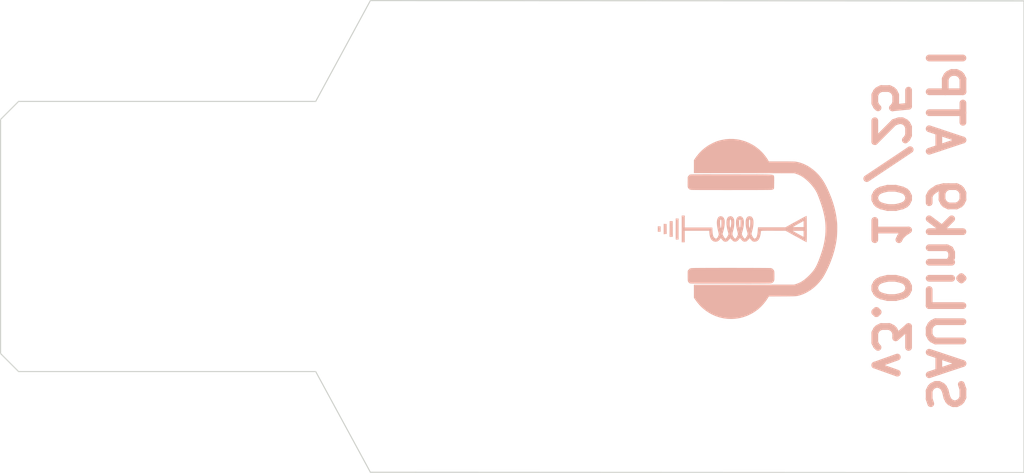
<source format=kicad_pcb>
(kicad_pcb (version 20241229) (generator "pcbnew") (generator_version "9.0")
  (layers (0 "F.Cu" signal) (2 "B.Cu" signal) (13 "F.Paste" user) (15 "B.Paste" user) (5 "F.SilkS" user "F.Silkscreen") (7 "B.SilkS" user "B.Silkscreen") (1 "F.Mask" user) (3 "B.Mask" user) (25 "Edge.Cuts" user))
  (net 0 "")
  (footprint "LOGO" (layer "B.Cu") (at 135.25 56.5 90)
    (property "Reference" "g2" (hide yes))
    (property "Value" "LOGO" (hide yes))
    (fp_poly (pts (xy 0.117134 -3.928485) (xy 0.117134 -3.991557) (xy -0.004505 -3.991557) (xy -0.126144 -3.991557) (xy -0.126144 -3.928485) (xy -0.126144 -3.865413) (xy -0.004505 -3.865413) (xy 0.117134 -3.865413)) (fill yes) (layer "B.SilkS"))
    (fp_poly (pts (xy -0.002252 -3.326942) (xy 0.346896 -3.329301) (xy 0.346896 -3.396878) (xy 0.346896 -3.464455) (xy -0.002252 -3.466813) (xy -0.351401 -3.469172) (xy -0.351401 -3.396878) (xy -0.351401 -3.324584)) (fill yes) (layer "B.SilkS"))
    (fp_poly (pts (xy -0.002252 -3.597199) (xy 0.220752 -3.599609) (xy 0.223399 -3.664934) (xy 0.226047 -3.730258) (xy -0.005365 -3.730258) (xy -0.236777 -3.730258) (xy -0.231096 -3.682954) (xy -0.227778 -3.651624) (xy -0.225691 -3.624807) (xy -0.225335 -3.61522) (xy -0.225257 -3.594789)) (fill yes) (layer "B.SilkS"))
    (fp_poly (pts (xy 0.46403 -3.131074) (xy 0.46403 -3.194146) (xy -0.002504 -3.19648) (xy -0.108499 -3.196944) (xy -0.19782 -3.197169) (xy -0.271811 -3.197126) (xy -0.33182 -3.196786) (xy -0.37919 -3.196121) (xy -0.415267 -3.195103) (xy -0.441396 -3.193702) (xy -0.458922 -3.191891) (xy -0.469191 -3.189639) (xy -0.473548 -3.18692) (xy -0.473778 -3.186461) (xy -0.475912 -3.171164) (xy -0.476489 -3.144507) (xy -0.475779 -3.121055) (xy -0.47304 -3.068002) (xy -0.004505 -3.068002) (xy 0.46403 -3.068002)) (fill yes) (layer "B.SilkS"))
    (fp_poly (pts (xy -2.08186 1.189161) (xy -2.015845 1.188919) (xy -1.965176 1.188219) (xy -1.927181 1.186867) (xy -1.899186 1.18467) (xy -1.878519 1.181436) (xy -1.862508 1.176971) (xy -1.851614 1.172548) (xy -1.814695 1.14912) (xy -1.780047 1.11576) (xy -1.752838 1.078211) (xy -1.739635 1.048084) (xy -1.738672 1.035692) (xy -1.737759 1.006354) (xy -1.736898 0.961148) (xy -1.736089 0.901149) (xy -1.735332 0.827431) (xy -1.73463 0.741072) (xy -1.733981 0.643147) (xy -1.733386 0.534731) (xy -1.732847 0.4169) (xy -1.732364 0.290731) (xy -1.731937 0.157298) (xy -1.731566 0.017678) (xy -1.731254 -0.127055) (xy -1.730999 -0.275823) (xy -1.730804 -0.427552) (xy -1.730667 -0.581165) (xy -1.730591 -0.735588) (xy -1.730575 -0.889744) (xy -1.73062 -1.042557) (xy -1.730727 -1.192952) (xy -1.730897 -1.339853) (xy -1.731129 -1.482185) (xy -1.731425 -1.618871) (xy -1.731785 -1.748836) (xy -1.73221 -1.871004) (xy -1.7327 -1.9843) (xy -1.733256 -2.087647) (xy -1.733879 -2.179971) (xy -1.734568 -2.260195) (xy -1.735326 -2.327243) (xy -1.736152 -2.380041) (xy -1.737046 -2.417511) (xy -1.737696 -2.433716) (xy -1.740541 -2.481535) (xy -1.74354 -2.515229) (xy -1.747526 -2.538679) (xy -1.753332 -2.55577) (xy -1.76179 -2.570382) (xy -1.769179 -2.580488) (xy -1.793416 -2.606889) (xy -1.822868 -2.632092) (xy -1.831382 -2.638116) (xy -1.86826 -2.662539) (xy -2.071679 -2.664119) (xy -2.132651 -2.664213) (xy -2.189509 -2.663592) (xy -2.239105 -2.662346) (xy -2.278289 -2.660566) (xy -2.303912 -2.658341) (xy -2.309823 -2.657307) (xy -2.359189 -2.637187) (xy -2.396829 -2.60408) (xy -2.415609 -2.573328) (xy -2.417599 -2.568475) (xy -2.419426 -2.56255) (xy -2.421096 -2.554794) (xy -2.422616 -2.544451) (xy -2.423993 -2.530765) (xy -2.425234 -2.512977) (xy -2.426347 -2.490331) (xy -2.427338 -2.462071) (xy -2.428214 -2.427438) (xy -2.428983 -2.385677) (xy -2.42965 -2.33603) (xy -2.430225 -2.27774) (xy -2.430712 -2.210051) (xy -2.43112 -2.132205) (xy -2.431455 -2.043445) (xy -2.431725 -1.943014) (xy -2.431936 -1.830156) (xy -2.432095 -1.704114) (xy -2.43221 -1.56413) (xy -2.432288 -1.409447) (xy -2.432335 -1.239309) (xy -2.432358 -1.052958) (xy -2.432365 -0.849638) (xy -2.432365 -0.765874) (xy -2.432323 -0.581846) (xy -2.432203 -0.403471) (xy -2.432008 -0.231571) (xy -2.431743 -0.066972) (xy -2.431411 0.089504) (xy -2.431016 0.237032) (xy -2.430561 0.374788) (xy -2.43005 0.50195) (xy -2.429486 0.617693) (xy -2.428874 0.721194) (xy -2.428216 0.811628) (xy -2.427517 0.888173) (xy -2.426781 0.950003) (xy -2.42601 0.996296) (xy -2.425208 1.026228) (xy -2.42438 1.038974) (xy -2.424368 1.039028) (xy -2.403567 1.090398) (xy -2.368234 1.134256) (xy -2.321866 1.166534) (xy -2.306193 1.174054) (xy -2.291588 1.179706) (xy -2.275263 1.183755) (xy -2.254426 1.186463) (xy -2.22629 1.188093) (xy -2.188062 1.188909) (xy -2.136954 1.189173)) (fill yes) (layer "B.SilkS"))
    (fp_poly (pts (xy 2.245956 1.179563) (xy 2.281124 1.17896) (xy 2.306802 1.177655) (xy 2.325122 1.175521) (xy 2.338216 1.172428) (xy 2.348217 1.168247) (xy 2.357256 1.162847) (xy 2.361065 1.160327) (xy 2.368218 1.15612) (xy 2.374796 1.152933) (xy 2.380825 1.150034) (xy 2.386328 1.146689) (xy 2.39133 1.142163) (xy 2.395858 1.135723) (xy 2.399934 1.126636) (xy 2.403584 1.114168) (xy 2.406833 1.097584) (xy 2.409706 1.076152) (xy 2.412227 1.049138) (xy 2.414421 1.015807) (xy 2.416314 0.975427) (xy 2.417929 0.927263) (xy 2.419292 0.870583) (xy 2.420427 0.804651) (xy 2.421359 0.728734) (xy 2.422114 0.6421) (xy 2.422715 0.544013) (xy 2.423188 0.433741) (xy 2.423557 0.310549) (xy 2.423847 0.173704) (xy 2.424084 0.022473) (xy 2.424291 -0.143879) (xy 2.424494 -0.326085) (xy 2.424717 -0.524879) (xy 2.424971 -0.730329) (xy 2.42525 -0.94246) (xy 2.425498 -1.13732) (xy 2.425708 -1.315658) (xy 2.425876 -1.478223) (xy 2.425993 -1.625763) (xy 2.426053 -1.759029) (xy 2.42605 -1.87877) (xy 2.425978 -1.985733) (xy 2.425829 -2.08067) (xy 2.425598 -2.164328) (xy 2.425277 -2.237458) (xy 2.424861 -2.300807) (xy 2.424342 -2.355126) (xy 2.423715 -2.401164) (xy 2.422973 -2.439669) (xy 2.422109 -2.471391) (xy 2.421117 -2.497078) (xy 2.41999 -2.517481) (xy 2.418722 -2.533348) (xy 2.417306 -2.545429) (xy 2.415736 -2.554472) (xy 2.414006 -2.561227) (xy 2.412108 -2.566443) (xy 2.410036 -2.570869) (xy 2.408978 -2.572933) (xy 2.384077 -2.606012) (xy 2.347578 -2.635211) (xy 2.347101 -2.635509) (xy 2.303602 -2.662539) (xy 2.086619 -2.6649) (xy 2.017465 -2.665539) (xy 1.963832 -2.665668) (xy 1.923222 -2.665143) (xy 1.893138 -2.663821) (xy 1.871084 -2.661556) (xy 1.854562 -2.658207) (xy 1.841075 -2.653628) (xy 1.833594 -2.650321) (xy 1.789506 -2.622226) (xy 1.75726 -2.58346) (xy 1.742385 -2.554293) (xy 1.740548 -2.549225) (xy 1.738862 -2.542404) (xy 1.73732 -2.533079) (xy 1.735917 -2.520499) (xy 1.734645 -2.503913) (xy 1.733499 -2.48257) (xy 1.732471 -2.45572) (xy 1.731556 -2.422613) (xy 1.730748 -2.382496) (xy 1.73004 -2.334619) (xy 1.729425 -2.278233) (xy 1.728897 -2.212585) (xy 1.728451 -2.136925) (xy 1.728078 -2.050502) (xy 1.727775 -1.952566) (xy 1.727533 -1.842366) (xy 1.727346 -1.719151) (xy 1.727209 -1.582171) (xy 1.727115 -1.430673) (xy 1.727057 -1.263909) (xy 1.727029 -1.081126) (xy 1.727025 -0.881575) (xy 1.727032 -0.738709) (xy 1.727072 -0.517065) (xy 1.727162 -0.312829) (xy 1.727304 -0.125388) (xy 1.727503 0.045872) (xy 1.727763 0.201562) (xy 1.728087 0.342296) (xy 1.728479 0.468687) (xy 1.728942 0.581348) (xy 1.729482 0.680891) (xy 1.730101 0.76793) (xy 1.730802 0.843076) (xy 1.731591 0.906944) (xy 1.732471 0.960146) (xy 1.733445 1.003294) (xy 1.734517 1.037003) (xy 1.735691 1.061884) (xy 1.73697 1.07855) (xy 1.738252 1.087189) (xy 1.750281 1.121588) (xy 1.766727 1.149014) (xy 1.771908 1.154632) (xy 1.778686 1.160687) (xy 1.786059 1.165485) (xy 1.796098 1.169194) (xy 1.810872 1.171987) (xy 1.832452 1.174031) (xy 1.862908 1.175498) (xy 1.904309 1.176557) (xy 1.958726 1.177378) (xy 2.028228 1.178132) (xy 2.062185 1.178466) (xy 2.138619 1.179187) (xy 2.199165 1.179596)) (fill yes) (layer "B.SilkS"))
    (fp_poly (pts (xy 0.155312 3.980751) (xy 0.232276 3.978016) (xy 0.285733 3.974313) (xy 0.510879 3.947666) (xy 0.731493 3.909191) (xy 0.950095 3.858194) (xy 1.169204 3.793982) (xy 1.39134 3.715863) (xy 1.619023 3.623142) (xy 1.711955 3.581928) (xy 1.858473 3.512783) (xy 1.989453 3.444927) (xy 2.107163 3.376863) (xy 2.213868 3.307092) (xy 2.311835 3.234118) (xy 2.403331 3.156442) (xy 2.490621 3.072566) (xy 2.504863 3.057938) (xy 2.623801 2.923908) (xy 2.727492 2.78446) (xy 2.81543 2.640572) (xy 2.887103 2.493224) (xy 2.942005 2.343394) (xy 2.979624 2.192062) (xy 2.990808 2.123524) (xy 2.992913 2.098468) (xy 2.994791 2.056416) (xy 2.996427 1.99839) (xy 2.997805 1.925415) (xy 2.99891 1.838512) (xy 2.999725 1.738705) (xy 3.000235 1.627017) (xy 3.000425 1.50447) (xy 3.000426 1.495239) (xy 3.000426 0.937437) (xy 3.038719 0.917965) (xy 3.093177 0.886894) (xy 3.156214 0.845286) (xy 3.224205 0.795858) (xy 3.293523 0.741329) (xy 3.360541 0.684417) (xy 3.407201 0.641724) (xy 3.533841 0.509357) (xy 3.646047 0.366937) (xy 3.743478 0.215641) (xy 3.825795 0.056643) (xy 3.892659 -0.10888) (xy 3.94373 -0.279754) (xy 3.978668 -0.454802) (xy 3.997134 -0.632849) (xy 3.998787 -0.81272) (xy 3.98329 -0.993239) (xy 3.950301 -1.17323) (xy 3.941707 -1.208537) (xy 3.911717 -1.314608) (xy 3.87633 -1.415205) (xy 3.832787 -1.517781) (xy 3.807018 -1.572295) (xy 3.718505 -1.733795) (xy 3.615221 -1.885156) (xy 3.497651 -2.025829) (xy 3.36628 -2.155265) (xy 3.221593 -2.272916) (xy 3.132341 -2.335158) (xy 3.052515 -2.387726) (xy 2.765633 -2.387726) (xy 2.478751 -2.387726) (xy 2.475645 -0.159932) (xy 2.472538 2.067861) (xy 2.453234 2.130933) (xy 2.413481 2.242131) (xy 2.363375 2.348066) (xy 2.301374 2.451199) (xy 2.225932 2.553989) (xy 2.135507 2.658895) (xy 2.094892 2.701902) (xy 1.978692 2.813534) (xy 1.858101 2.912941) (xy 1.735576 2.998251) (xy 1.616984 3.065875) (xy 1.565846 3.089862) (xy 1.500339 3.117641) (xy 1.423449 3.148159) (xy 1.338165 3.180361) (xy 1.247474 3.213194) (xy 1.154362 3.245603) (xy 1.061818 3.276534) (xy 0.972828 3.304934) (xy 0.890379 3.329748) (xy 0.81746 3.349922) (xy 0.797411 3.355032) (xy 0.655343 3.388458) (xy 0.525448 3.414763) (xy 0.403596 3.434499) (xy 0.285655 3.448218) (xy 0.167494 3.456473) (xy 0.044981 3.459817) (xy 0.013169 3.459951) (xy -0.151376 3.456038) (xy -0.312977 3.443964) (xy -0.474129 3.423221) (xy -0.637328 3.393305) (xy -0.805069 3.35371) (xy -0.979846 3.303931) (xy -1.164156 3.243461) (xy -1.304192 3.193009) (xy -1.422102 3.147824) (xy -1.525131 3.105198) (xy -1.615924 3.063512) (xy -1.697131 3.021151) (xy -1.771398 2.976498) (xy -1.841374 2.927935) (xy -1.909706 2.873845) (xy -1.979042 2.812612) (xy -2.05203 2.742618) (xy -2.06843 2.726294) (xy -2.161882 2.628238) (xy -2.240716 2.535146) (xy -2.306647 2.444365) (xy -2.361388 2.353244) (xy -2.406654 2.259129) (xy -2.444159 2.15937) (xy -2.453236 2.130933) (xy -2.472676 2.067861) (xy -2.475653 -0.159932) (xy -2.47863 -2.387726) (xy -2.768811 -2.387331) (xy -3.058992 -2.386937) (xy -3.146536 -2.326512) (xy -3.284194 -2.224433) (xy -3.406566 -2.118325) (xy -3.516327 -2.005671) (xy -3.616148 -1.883952) (xy -3.616181 -1.883909) (xy -3.719745 -1.731946) (xy -3.807058 -1.573366) (xy -3.878141 -1.409294) (xy -3.933015 -1.240856) (xy -3.9717 -1.069179) (xy -3.994218 -0.895387) (xy -4.000589 -0.720608) (xy -3.990837 -0.545967) (xy -3.964978 -0.37259) (xy -3.923037 -0.201603) (xy -3.865032 -0.034132) (xy -3.790986 0.128698) (xy -3.70092 0.285759) (xy -3.594853 0.435926) (xy -3.572528 0.464038) (xy -3.461909 0.58814) (xy -3.337659 0.704811) (xy -3.203728 0.810568) (xy -3.100623 0.87981) (xy -3.001393 0.941576) (xy -2.997979 1.545265) (xy -2.997315 1.665677) (xy -2.99671 1.769638) (xy -2.996057 1.858715) (xy -2.995248 1.934479) (xy -2.994174 1.998497) (xy -2.992728 2.052337) (xy -2.990801 2.097568) (xy -2.988286 2.135759) (xy -2.985073 2.168478) (xy -2.981056 2.197294) (xy -2.976125 2.223774) (xy -2.970173 2.249488) (xy -2.963092 2.276004) (xy -2.954774 2.30489) (xy -2.94511 2.337715) (xy -2.942825 2.345511) (xy -2.913492 2.430316) (xy -2.873382 2.523313) (xy -2.824754 2.620248) (xy -2.769865 2.71687) (xy -2.710975 2.808926) (xy -2.657241 2.883292) (xy -2.577093 2.979887) (xy -2.486958 3.075626) (xy -2.390604 3.167042) (xy -2.291796 3.250664) (xy -2.194303 3.323021) (xy -2.144448 3.355621) (xy -2.048249 3.412131) (xy -1.937852 3.471444) (xy -1.816537 3.531961) (xy -1.687581 3.592082) (xy -1.554263 3.650208) (xy -1.467792 3.685772) (xy -1.209318 3.780648) (xy -0.95058 3.857806) (xy -0.690519 3.917527) (xy -0.455019 3.956526) (xy -0.388175 3.96396) (xy -0.307878 3.97023) (xy -0.218131 3.97524) (xy -0.122936 3.978893) (xy -0.026296 3.981093) (xy 0.067788 3.981744)) (fill yes) (layer "B.SilkS"))
    (fp_poly (pts (xy -0.032298 2.630135) (xy 0.05312 2.62981) (xy 0.138326 2.629311) (xy 0.22139 2.628649) (xy 0.300382 2.627836) (xy 0.373372 2.626885) (xy 0.438431 2.625806) (xy 0.493627 2.624612) (xy 0.537031 2.623315) (xy 0.566713 2.621926) (xy 0.580743 2.620456) (xy 0.581548 2.620113) (xy 0.578476 2.611289) (xy 0.567397 2.5881) (xy 0.549048 2.551939) (xy 0.524168 2.504197) (xy 0.493492 2.446268) (xy 0.457757 2.379543) (xy 0.417702 2.305415) (xy 0.374063 2.225277) (xy 0.330006 2.144936) (xy 0.072082 1.676146) (xy 0.072082 1.068484) (xy 0.072082 0.460822) (xy 0.024778 0.456027) (xy -0.006424 0.453233) (xy -0.048117 0.44999) (xy -0.092799 0.446871) (xy -0.106818 0.445973) (xy -0.155004 0.441781) (xy -0.206611 0.435421) (xy -0.251966 0.42812) (xy -0.259993 0.426541) (xy -0.324069 0.410089) (xy -0.37176 0.390058) (xy -0.404508 0.365525) (xy -0.42375 0.335571) (xy -0.428681 0.318657) (xy -0.429955 0.299968) (xy -0.422824 0.284297) (xy -0.404223 0.265393) (xy -0.401324 0.262829) (xy -0.374949 0.243004) (xy -0.340682 0.221757) (xy -0.303297 0.201541) (xy -0.267565 0.18481) (xy -0.238258 0.174015) (xy -0.223229 0.171291) (xy -0.206917 0.173698) (xy -0.177422 0.180189) (xy -0.138857 0.18979) (xy -0.095334 0.201526) (xy -0.093072 0.202159) (xy 0.01412 0.228851) (xy 0.116358 0.247677) (xy 0.211642 0.258527) (xy 0.297973 0.261291) (xy 0.373353 0.25586) (xy 0.435781 0.242124) (xy 0.460489 0.23258) (xy 0.502582 0.207832) (xy 0.534739 0.178168) (xy 0.537076 0.175209) (xy 0.552292 0.152357) (xy 0.560139 0.130199) (xy 0.562847 0.101003) (xy 0.562991 0.085369) (xy 0.561463 0.050714) (xy 0.555654 0.026306) (xy 0.54338 0.004496) (xy 0.53769 -0.003236) (xy 0.503841 -0.036927) (xy 0.459557 -0.061924) (xy 0.403403 -0.078611) (xy 0.333948 -0.087372) (xy 0.249756 -0.08859) (xy 0.222427 -0.08759) (xy 0.14646 -0.082271) (xy 0.076501 -0.073039) (xy 0.006111 -0.058711) (xy -0.071151 -0.038105) (xy -0.109122 -0.026701) (xy -0.149458 -0.015155) (xy -0.186517 -0.006122) (xy -0.214896 -0.000847) (xy -0.224938 0) (xy -0.250969 -0.004691) (xy -0.284336 -0.01726) (xy -0.321314 -0.035448) (xy -0.358176 -0.056998) (xy -0.391195 -0.079652) (xy -0.416646 -0.101151) (xy -0.430801 -0.119238) (xy -0.432494 -0.125761) (xy -0.42488 -0.141468) (xy -0.40438 -0.162221) (xy -0.374502 -0.185591) (xy -0.338756 -0.209148) (xy -0.300651 -0.230464) (xy -0.263697 -0.247108) (xy -0.250459 -0.251775) (xy -0.232794 -0.256191) (xy -0.214969 -0.256817) (xy -0.192351 -0.253017) (xy -0.160309 -0.244159) (xy -0.133326 -0.235734) (xy -0.054995 -0.213559) (xy 0.028552 -0.194782) (xy 0.113104 -0.180012) (xy 0.194445 -0.16986) (xy 0.268363 -0.164935) (xy 0.330644 -0.165847) (xy 0.34235 -0.16689) (xy 0.412217 -0.179881) (xy 0.470836 -0.202227) (xy 0.516837 -0.23288) (xy 0.548851 -0.270794) (xy 0.565507 -0.314924) (xy 0.567648 -0.338953) (xy 0.559034 -0.389163) (xy 0.534485 -0.433872) (xy 0.495939 -0.469877) (xy 0.483904 -0.477394) (xy 0.420479 -0.503819) (xy 0.343481 -0.518403) (xy 0.252921 -0.521146) (xy 0.148811 -0.512048) (xy 0.031163 -0.49111) (xy -0.098423 -0.458778) (xy -0.141074 -0.447745) (xy -0.181053 -0.438992) (xy -0.212913 -0.433632) (xy -0.227077 -0.432493) (xy -0.256106 -0.437159) (xy -0.291513 -0.449663) (xy -0.329525 -0.467768) (xy -0.36637 -0.489235) (xy -0.398276 -0.511828) (xy -0.42147 -0.533307) (xy -0.432181 -0.551435) (xy -0.432494 -0.554363) (xy -0.425194 -0.568652) (xy -0.40572 -0.588622) (xy -0.377708 -0.611306) (xy -0.344794 -0.633738) (xy -0.313221 -0.651649) (xy -0.277728 -0.666571) (xy -0.242526 -0.673856) (xy -0.20352 -0.67345) (xy -0.156617 -0.665296) (xy -0.097725 -0.649338) (xy -0.095572 -0.648691) (xy 0.015444 -0.619429) (xy 0.120757 -0.601055) (xy 0.228038 -0.592379) (xy 0.274814 -0.591347) (xy 0.325639 -0.591384) (xy 0.36287 -0.592657) (xy 0.390917 -0.595684) (xy 0.414193 -0.600979) (xy 0.437109 -0.609059) (xy 0.441504 -0.610836) (xy 0.484612 -0.631042) (xy 0.515363 -0.652622) (xy 0.539192 -0.679819) (xy 0.548886 -0.694663) (xy 0.564847 -0.737556) (xy 0.56485 -0.785476) (xy 0.548932 -0.835144) (xy 0.547375 -0.8383) (xy 0.518565 -0.875801) (xy 0.474925 -0.904976) (xy 0.417641 -0.925751) (xy 0.347904 -0.938055) (xy 0.2669 -0.941813) (xy 0.175818 -0.936954) (xy 0.075846 -0.923404) (xy -0.031828 -0.901092) (xy -0.115818 -0.878881) (xy -0.161358 -0.86592) (xy -0.193407 -0.857575) (xy -0.215773 -0.853413) (xy -0.232265 -0.853) (xy -0.246689 -0.855903) (xy -0.262853 -0.861688) (xy -0.263746 -0.862034) (xy -0.292079 -0.875133) (xy -0.325392 -0.893662) (xy -0.359589 -0.914931) (xy -0.390575 -0.936247) (xy -0.414251 -0.954919) (xy -0.426522 -0.968253) (xy -0.427019 -0.969327) (xy -0.427578 -0.988596) (xy -0.423734 -0.999673) (xy -0.40894 -1.016038) (xy -0.38121 -1.037001) (xy -0.344217 -1.060169) (xy -0.301634 -1.08315) (xy -0.278566 -1.094203) (xy -0.228257 -1.117223) (xy -0.152422 -1.094126) (xy -0.053649 -1.066017) (xy 0.034534 -1.045493) (xy 0.117387 -1.031573) (xy 0.200173 -1.023275) (xy 0.238798 -1.021114) (xy 0.294677 -1.01916) (xy 0.336736 -1.019062) (xy 0.3691 -1.021029) (xy 0.395894 -1.025274) (xy 0.415065 -1.030152) (xy 0.475629 -1.054267) (xy 0.521088 -1.086718) (xy 0.550939 -1.126923) (xy 0.564678 -1.174298) (xy 0.56515 -1.203699) (xy 0.556648 -1.248031) (xy 0.536664 -1.283557) (xy 0.502912 -1.313197) (xy 0.461361 -1.336093) (xy 0.400357 -1.356658) (xy 0.326281 -1.367245) (xy 0.238755 -1.367838) (xy 0.137403 -1.35842) (xy 0.021848 -1.338972) (xy -0.105676 -1.310133) (xy -0.155739 -1.297737) (xy -0.191983 -1.289404) (xy -0.218054 -1.284756) (xy -0.237598 -1.283416) (xy -0.254263 -1.285004) (xy -0.271692 -1.289143) (xy -0.281377 -1.291917) (xy -0.320393 -1.306405) (xy -0.359207 -1.32603) (xy -0.392923 -1.347824) (xy -0.416643 -1.368821) (xy -0.423061 -1.377784) (xy -0.429675 -1.407889) (xy -0.421151 -1.440746) (xy -0.399373 -1.473194) (xy -0.366226 -1.502071) (xy -0.339921 -1.517217) (xy -0.307629 -1.530696) (xy -0.271513 -1.541296) (xy -0.2285 -1.549528) (xy -0.175518 -1.555903) (xy -0.109494 -1.560932) (xy -0.060819 -1.563589) (xy 0.063072 -1.569636) (xy 0.063072 -2.181412) (xy 0.063072 -2.793189) (xy 0.328876 -2.793189) (xy 0.594679 -2.793189) (xy 0.594679 -2.860766) (xy 0.594679 -2.928343) (xy 0 -2.928343) (xy -0.594679 -2.928343) (xy -0.594679 -2.860766) (xy -0.594679 -2.793189) (xy -0.337886 -2.793189) (xy -0.081093 -2.793189) (xy -0.081093 -2.249435) (xy -0.081093 -1.705682) (xy -0.173448 -1.699948) (xy -0.275345 -1.68833) (xy -0.362656 -1.667094) (xy -0.435176 -1.636341) (xy -0.492702 -1.596168) (xy -0.535029 -1.546677) (xy -0.55173 -1.515579) (xy -0.564988 -1.470353) (xy -0.569486 -1.419343) (xy -0.565007 -1.370418) (xy -0.556522 -1.341877) (xy -0.531813 -1.29971) (xy -0.495406 -1.257716) (xy -0.45266 -1.221874) (xy -0.443381 -1.215689) (xy -0.404712 -1.191119) (xy -0.407025 -1.189536) (xy 0.041496 -1.189536) (xy 0.042477 -1.196746) (xy 0.058562 -1.20357) (xy 0.086832 -1.209789) (xy 0.124372 -1.215183) (xy 0.168264 -1.219533) (xy 0.215591 -1.222619) (xy 0.263437 -1.224223) (xy 0.308884 -1.224124) (xy 0.349016 -1.222104) (xy 0.380915 -1.217943) (xy 0.390245 -1.215763) (xy 0.415 -1.204822) (xy 0.422569 -1.192124) (xy 0.413321 -1.179971) (xy 0.387627 -1.170667) (xy 0.38284 -1.169741) (xy 0.347121 -1.165597) (xy 0.302309 -1.163652) (xy 0.252047 -1.163694) (xy 0.19998 -1.165512) (xy 0.149753 -1.168895) (xy 0.105008 -1.173631) (xy 0.06939 -1.179509) (xy 0.046544 -1.186318) (xy 0.041496 -1.189536) (xy -0.407025 -1.189536) (xy -0.434371 -1.170818) (xy -0.468333 -1.144732) (xy -0.502482 -1.11379) (xy -0.532177 -1.082596) (xy -0.552776 -1.055752) (xy -0.555993 -1.050198) (xy -0.565923 -1.017322) (xy -0.568356 -0.976532) (xy -0.563389 -0.936258) (xy -0.554439 -0.910631) (xy -0.541752 -0.892956) (xy -0.519302 -0.867885) (xy -0.491044 -0.839709) (xy -0.47778 -0.827426) (xy -0.450466 -0.802297) (xy -0.429082 -0.781772) (xy -0.416581 -0.76873) (xy -0.414582 -0.765809) (xy 0.054062 -0.765809) (xy 0.062691 -0.776731) (xy 0.0872 -0.785738) (xy 0.125519 -0.792534) (xy 0.175581 -0.796817) (xy 0.235317 -0.79829) (xy 0.274814 -0.797704) (xy 0.317921 -0.795659) (xy 0.356605 -0.79236) (xy 0.385912 -0.788308) (xy 0.398705 -0.7851) (xy 0.41897 -0.773531) (xy 0.423287 -0.762044) (xy 0.413722 -0.751256) (xy 0.392337 -0.741784) (xy 0.3612 -0.734243) (xy 0.322373 -0.72925) (xy 0.277923 -0.72742) (xy 0.229914 -0.729369) (xy 0.216247 -0.730662) (xy 0.163368 -0.737254) (xy 0.11804 -0.744717) (xy 0.082945 -0.752468) (xy 0.060766 -0.759927) (xy 0.054062 -0.765809) (xy -0.414582 -0.765809) (xy -0.414561 -0.765778) (xy -0.421029 -0.758311) (xy -0.438129 -0.742997) (xy -0.462264 -0.723045) (xy -0.46412 -0.72156) (xy -0.513741 -0.676094) (xy -0.546689 -0.631556) (xy -0.564099 -0.586089) (xy -0.567648 -0.551958) (xy -0.562616 -0.511015) (xy -0.546343 -0.472955) (xy -0.517066 -0.435034) (xy -0.47302 -0.394505) (xy -0.459407 -0.383576) (xy -0.414187 -0.348049) (xy 0.059161 -0.348049) (xy 0.071404 -0.354415) (xy 0.098898 -0.361378) (xy 0.119429 -0.365578) (xy 0.163525 -0.372062) (xy 0.214131 -0.376038) (xy 0.266567 -0.377507) (xy 0.316154 -0.376475) (xy 0.358211 -0.372943) (xy 0.388058 -0.366917) (xy 0.392237 -0.365376) (xy 0.416022 -0.352373) (xy 0.422133 -0.340083) (xy 0.41084 -0.327574) (xy 0.404367 -0.323784) (xy 0.387144 -0.319776) (xy 0.355897 -0.317215) (xy 0.314557 -0.316003) (xy 0.267056 -0.316041) (xy 0.217324 -0.31723) (xy 0.169291 -0.31947) (xy 0.12689 -0.322665) (xy 0.09405 -0.326714) (xy 0.074702 -0.331519) (xy 0.073563 -0.332091) (xy 0.060453 -0.341026) (xy 0.059161 -0.348049) (xy -0.414187 -0.348049) (xy -0.403131 -0.339363) (xy -0.429075 -0.320754) (xy -0.460407 -0.296068) (xy -0.493036 -0.266776) (xy -0.522755 -0.237027) (xy -0.545357 -0.210968) (xy -0.554919 -0.196704) (xy -0.564059 -0.166211) (xy -0.567199 -0.127241) (xy -0.564348 -0.088128) (xy -0.555508 -0.057205) (xy -0.554827 -0.055866) (xy -0.541106 -0.036635) (xy -0.517811 -0.010273) (xy -0.489265 0.018878) (xy -0.459791 0.046477) (xy -0.433713 0.068181) (xy -0.425398 0.07411) (xy -0.415834 0.081147) (xy -0.414739 0.083758) (xy 0.044286 0.083758) (xy 0.059186 0.076158) (xy 0.088279 0.06794) (xy 0.126144 0.060394) (xy 0.150615 0.058033) (xy 0.187886 0.05656) (xy 0.232758 0.055953) (xy 0.280033 0.056191) (xy 0.324514 0.057251) (xy 0.361001 0.059112) (xy 0.38284 0.061476) (xy 0.409525 0.070268) (xy 0.421986 0.082914) (xy 0.419129 0.096604) (xy 0.401027 0.108098) (xy 0.377222 0.112896) (xy 0.339968 0.115465) (xy 0.293316 0.116012) (xy 0.241315 0.114741) (xy 0.188013 0.111857) (xy 0.137462 0.107567) (xy 0.09371 0.102076) (xy 0.060807 0.095588) (xy 0.045438 0.090057) (xy 0.044286 0.083758) (xy -0.414739 0.083758) (xy -0.413021 0.087853) (xy -0.418766 0.097144) (xy -0.434881 0.111935) (xy -0.463174 0.135141) (xy -0.463383 0.13531) (xy -0.506367 0.172242) (xy -0.536049 0.203773) (xy -0.55466 0.233632) (xy -0.564434 0.265549) (xy -0.567604 0.303253) (xy -0.567648 0.309446) (xy -0.561438 0.36839) (xy -0.541984 0.418418) (xy -0.508049 0.461231) (xy -0.458399 0.49853) (xy -0.412776 0.52267) (xy -0.369214 0.539771) (xy -0.315562 0.556068) (xy -0.258088 0.570077) (xy -0.203056 0.580315) (xy -0.156734 0.585299) (xy -0.147154 0.585551) (xy -0.133561 0.585094) (xy -0.121958 0.584508) (xy -0.11219 0.585104) (xy -0.104099 0.588197) (xy -0.097529 0.5951) (xy -0.092324 0.607126) (xy -0.088327 0.625587) (xy -0.085383 0.651799) (xy -0.083334 0.687072) (xy -0.082024 0.732722) (xy -0.081297 0.790061) (xy -0.080997 0.860402) (xy -0.080966 0.945058) (xy -0.081049 1.045344) (xy -0.081093 1.140245) (xy -0.081093 1.683882) (xy -0.282686 2.051573) (xy -0.325992 2.130605) (xy -0.368532 2.20833) (xy -0.409123 2.282579) (xy -0.446582 2.351185) (xy -0.479726 2.411978) (xy -0.507372 2.462792) (xy -0.517677 2.481798) (xy -0.351401 2.481798) (xy -0.347187 2.472957) (xy -0.335258 2.450345) (xy -0.316683 2.415927) (xy -0.292531 2.371667) (xy -0.26387 2.31953) (xy -0.231771 2.261479) (xy -0.218499 2.23757) (xy -0.085598 1.998383) (xy -0.083189 2.2312) (xy -0.082701 2.294597) (xy -0.082577 2.352307) (xy -0.082797 2.401802) (xy -0.08334 2.440551) (xy -0.084187 2.466023) (xy -0.085158 2.475429) (xy -0.092145 2.480228) (xy -0.110135 2.483596) (xy -0.14109 2.485698) (xy -0.18697 2.486699) (xy -0.220469 2.48684) (xy 0.081093 2.48684) (xy 0.08118 2.245815) (xy 0.081267 2.004789) (xy 0.216334 2.242719) (xy 0.250009 2.302137) (xy 0.280619 2.356335) (xy 0.307078 2.403378) (xy 0.328304 2.44133) (xy 0.343211 2.468257) (xy 0.350715 2.482223) (xy 0.351401 2.483744) (xy 0.34291 2.484821) (xy 0.319513 2.485736) (xy 0.284325 2.486416) (xy 0.240461 2.48679) (xy 0.216247 2.48684) (xy 0.081093 2.48684) (xy -0.220469 2.48684) (xy -0.266715 2.486513) (xy -0.305792 2.485615) (xy -0.334536 2.484266) (xy -0.349783 2.482589) (xy -0.351401 2.481798) (xy -0.517677 2.481798) (xy -0.528337 2.501459) (xy -0.538209 2.519773) (xy -0.592138 2.620284) (xy -0.474022 2.626547) (xy -0.441165 2.627771) (xy -0.395008 2.628737) (xy -0.337483 2.62946) (xy -0.27052 2.629949) (xy -0.196048 2.630216) (xy -0.115997 2.630275)) (fill yes) (layer "B.SilkS"))
  )
  (gr_line (start 116.061 50.836) (end 102.861 50.836) (stroke (width 0.05)) (layer "Edge.Cuts"))
  (gr_line (start 147.523748 67.325752) (end 147.523748 46.370752) (stroke (width 0.05)) (layer "Edge.Cuts"))
  (gr_line (start 102.861 62.836) (end 116.061 62.836) (stroke (width 0.05)) (layer "Edge.Cuts"))
  (gr_line (start 118.491 67.31) (end 147.523748 67.325752) (stroke (width 0.05)) (layer "Edge.Cuts"))
  (gr_line (start 116.061 50.836) (end 118.491 46.355) (stroke (width 0.05)) (layer "Edge.Cuts"))
  (gr_line (start 118.491 46.355) (end 147.523748 46.370752) (stroke (width 0.05)) (layer "Edge.Cuts"))
  (gr_line (start 102.861 50.836) (end 102.061 51.636) (stroke (width 0.05)) (layer "Edge.Cuts"))
  (gr_line (start 102.061 51.636) (end 102.061 62.036) (stroke (width 0.05)) (layer "Edge.Cuts"))
  (gr_line (start 116.061 62.836) (end 118.491 67.31) (stroke (width 0.05)) (layer "Edge.Cuts"))
  (gr_line (start 102.061 62.036) (end 102.861 62.836) (stroke (width 0.05)) (layer "Edge.Cuts"))
  (gr_text "SAULink9 ATPI\nv3.0 10/25" (at 140.7 56.55 270) (layer "B.SilkS") (effects (font (size 1.5 1.5) (thickness 0.3) (bold yes)) (justify bottom mirror)))
)
</source>
